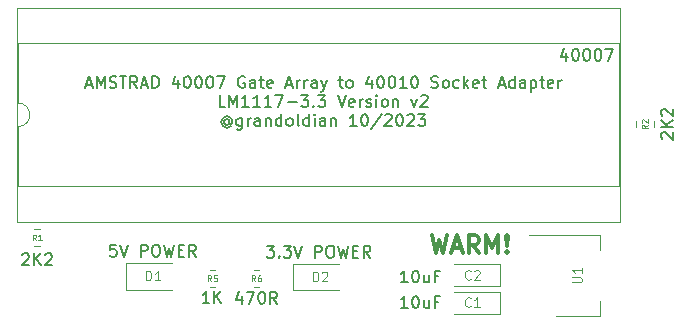
<source format=gbr>
%TF.GenerationSoftware,KiCad,Pcbnew,(6.0.7)*%
%TF.CreationDate,2023-01-02T03:09:55+00:00*%
%TF.ProjectId,CPC-40007AdapterLM1117,4350432d-3430-4303-9037-416461707465,rev?*%
%TF.SameCoordinates,Original*%
%TF.FileFunction,Legend,Top*%
%TF.FilePolarity,Positive*%
%FSLAX46Y46*%
G04 Gerber Fmt 4.6, Leading zero omitted, Abs format (unit mm)*
G04 Created by KiCad (PCBNEW (6.0.7)) date 2023-01-02 03:09:55*
%MOMM*%
%LPD*%
G01*
G04 APERTURE LIST*
%ADD10C,0.300000*%
%ADD11C,0.150000*%
%ADD12C,0.120000*%
%ADD13C,0.080000*%
G04 APERTURE END LIST*
D10*
X175007200Y-36389571D02*
X175364342Y-37889571D01*
X175650057Y-36818142D01*
X175935771Y-37889571D01*
X176292914Y-36389571D01*
X176792914Y-37461000D02*
X177507200Y-37461000D01*
X176650057Y-37889571D02*
X177150057Y-36389571D01*
X177650057Y-37889571D01*
X179007200Y-37889571D02*
X178507200Y-37175285D01*
X178150057Y-37889571D02*
X178150057Y-36389571D01*
X178721485Y-36389571D01*
X178864342Y-36461000D01*
X178935771Y-36532428D01*
X179007200Y-36675285D01*
X179007200Y-36889571D01*
X178935771Y-37032428D01*
X178864342Y-37103857D01*
X178721485Y-37175285D01*
X178150057Y-37175285D01*
X179650057Y-37889571D02*
X179650057Y-36389571D01*
X180150057Y-37461000D01*
X180650057Y-36389571D01*
X180650057Y-37889571D01*
X181364342Y-37746714D02*
X181435771Y-37818142D01*
X181364342Y-37889571D01*
X181292914Y-37818142D01*
X181364342Y-37746714D01*
X181364342Y-37889571D01*
X181364342Y-37318142D02*
X181292914Y-36461000D01*
X181364342Y-36389571D01*
X181435771Y-36461000D01*
X181364342Y-37318142D01*
X181364342Y-36389571D01*
D11*
X145741361Y-23626466D02*
X146217552Y-23626466D01*
X145646123Y-23912180D02*
X145979457Y-22912180D01*
X146312790Y-23912180D01*
X146646123Y-23912180D02*
X146646123Y-22912180D01*
X146979457Y-23626466D01*
X147312790Y-22912180D01*
X147312790Y-23912180D01*
X147741361Y-23864561D02*
X147884219Y-23912180D01*
X148122314Y-23912180D01*
X148217552Y-23864561D01*
X148265171Y-23816942D01*
X148312790Y-23721704D01*
X148312790Y-23626466D01*
X148265171Y-23531228D01*
X148217552Y-23483609D01*
X148122314Y-23435990D01*
X147931838Y-23388371D01*
X147836600Y-23340752D01*
X147788980Y-23293133D01*
X147741361Y-23197895D01*
X147741361Y-23102657D01*
X147788980Y-23007419D01*
X147836600Y-22959800D01*
X147931838Y-22912180D01*
X148169933Y-22912180D01*
X148312790Y-22959800D01*
X148598504Y-22912180D02*
X149169933Y-22912180D01*
X148884219Y-23912180D02*
X148884219Y-22912180D01*
X150074695Y-23912180D02*
X149741361Y-23435990D01*
X149503266Y-23912180D02*
X149503266Y-22912180D01*
X149884219Y-22912180D01*
X149979457Y-22959800D01*
X150027076Y-23007419D01*
X150074695Y-23102657D01*
X150074695Y-23245514D01*
X150027076Y-23340752D01*
X149979457Y-23388371D01*
X149884219Y-23435990D01*
X149503266Y-23435990D01*
X150455647Y-23626466D02*
X150931838Y-23626466D01*
X150360409Y-23912180D02*
X150693742Y-22912180D01*
X151027076Y-23912180D01*
X151360409Y-23912180D02*
X151360409Y-22912180D01*
X151598504Y-22912180D01*
X151741361Y-22959800D01*
X151836600Y-23055038D01*
X151884219Y-23150276D01*
X151931838Y-23340752D01*
X151931838Y-23483609D01*
X151884219Y-23674085D01*
X151836600Y-23769323D01*
X151741361Y-23864561D01*
X151598504Y-23912180D01*
X151360409Y-23912180D01*
X153550885Y-23245514D02*
X153550885Y-23912180D01*
X153312790Y-22864561D02*
X153074695Y-23578847D01*
X153693742Y-23578847D01*
X154265171Y-22912180D02*
X154360409Y-22912180D01*
X154455647Y-22959800D01*
X154503266Y-23007419D01*
X154550885Y-23102657D01*
X154598504Y-23293133D01*
X154598504Y-23531228D01*
X154550885Y-23721704D01*
X154503266Y-23816942D01*
X154455647Y-23864561D01*
X154360409Y-23912180D01*
X154265171Y-23912180D01*
X154169933Y-23864561D01*
X154122314Y-23816942D01*
X154074695Y-23721704D01*
X154027076Y-23531228D01*
X154027076Y-23293133D01*
X154074695Y-23102657D01*
X154122314Y-23007419D01*
X154169933Y-22959800D01*
X154265171Y-22912180D01*
X155217552Y-22912180D02*
X155312790Y-22912180D01*
X155408028Y-22959800D01*
X155455647Y-23007419D01*
X155503266Y-23102657D01*
X155550885Y-23293133D01*
X155550885Y-23531228D01*
X155503266Y-23721704D01*
X155455647Y-23816942D01*
X155408028Y-23864561D01*
X155312790Y-23912180D01*
X155217552Y-23912180D01*
X155122314Y-23864561D01*
X155074695Y-23816942D01*
X155027076Y-23721704D01*
X154979457Y-23531228D01*
X154979457Y-23293133D01*
X155027076Y-23102657D01*
X155074695Y-23007419D01*
X155122314Y-22959800D01*
X155217552Y-22912180D01*
X156169933Y-22912180D02*
X156265171Y-22912180D01*
X156360409Y-22959800D01*
X156408028Y-23007419D01*
X156455647Y-23102657D01*
X156503266Y-23293133D01*
X156503266Y-23531228D01*
X156455647Y-23721704D01*
X156408028Y-23816942D01*
X156360409Y-23864561D01*
X156265171Y-23912180D01*
X156169933Y-23912180D01*
X156074695Y-23864561D01*
X156027076Y-23816942D01*
X155979457Y-23721704D01*
X155931838Y-23531228D01*
X155931838Y-23293133D01*
X155979457Y-23102657D01*
X156027076Y-23007419D01*
X156074695Y-22959800D01*
X156169933Y-22912180D01*
X156836600Y-22912180D02*
X157503266Y-22912180D01*
X157074695Y-23912180D01*
X159169933Y-22959800D02*
X159074695Y-22912180D01*
X158931838Y-22912180D01*
X158788980Y-22959800D01*
X158693742Y-23055038D01*
X158646123Y-23150276D01*
X158598504Y-23340752D01*
X158598504Y-23483609D01*
X158646123Y-23674085D01*
X158693742Y-23769323D01*
X158788980Y-23864561D01*
X158931838Y-23912180D01*
X159027076Y-23912180D01*
X159169933Y-23864561D01*
X159217552Y-23816942D01*
X159217552Y-23483609D01*
X159027076Y-23483609D01*
X160074695Y-23912180D02*
X160074695Y-23388371D01*
X160027076Y-23293133D01*
X159931838Y-23245514D01*
X159741361Y-23245514D01*
X159646123Y-23293133D01*
X160074695Y-23864561D02*
X159979457Y-23912180D01*
X159741361Y-23912180D01*
X159646123Y-23864561D01*
X159598504Y-23769323D01*
X159598504Y-23674085D01*
X159646123Y-23578847D01*
X159741361Y-23531228D01*
X159979457Y-23531228D01*
X160074695Y-23483609D01*
X160408028Y-23245514D02*
X160788980Y-23245514D01*
X160550885Y-22912180D02*
X160550885Y-23769323D01*
X160598504Y-23864561D01*
X160693742Y-23912180D01*
X160788980Y-23912180D01*
X161503266Y-23864561D02*
X161408028Y-23912180D01*
X161217552Y-23912180D01*
X161122314Y-23864561D01*
X161074695Y-23769323D01*
X161074695Y-23388371D01*
X161122314Y-23293133D01*
X161217552Y-23245514D01*
X161408028Y-23245514D01*
X161503266Y-23293133D01*
X161550885Y-23388371D01*
X161550885Y-23483609D01*
X161074695Y-23578847D01*
X162693742Y-23626466D02*
X163169933Y-23626466D01*
X162598504Y-23912180D02*
X162931838Y-22912180D01*
X163265171Y-23912180D01*
X163598504Y-23912180D02*
X163598504Y-23245514D01*
X163598504Y-23435990D02*
X163646123Y-23340752D01*
X163693742Y-23293133D01*
X163788980Y-23245514D01*
X163884219Y-23245514D01*
X164217552Y-23912180D02*
X164217552Y-23245514D01*
X164217552Y-23435990D02*
X164265171Y-23340752D01*
X164312790Y-23293133D01*
X164408028Y-23245514D01*
X164503266Y-23245514D01*
X165265171Y-23912180D02*
X165265171Y-23388371D01*
X165217552Y-23293133D01*
X165122314Y-23245514D01*
X164931838Y-23245514D01*
X164836600Y-23293133D01*
X165265171Y-23864561D02*
X165169933Y-23912180D01*
X164931838Y-23912180D01*
X164836600Y-23864561D01*
X164788980Y-23769323D01*
X164788980Y-23674085D01*
X164836600Y-23578847D01*
X164931838Y-23531228D01*
X165169933Y-23531228D01*
X165265171Y-23483609D01*
X165646123Y-23245514D02*
X165884219Y-23912180D01*
X166122314Y-23245514D02*
X165884219Y-23912180D01*
X165788980Y-24150276D01*
X165741361Y-24197895D01*
X165646123Y-24245514D01*
X167122314Y-23245514D02*
X167503266Y-23245514D01*
X167265171Y-22912180D02*
X167265171Y-23769323D01*
X167312790Y-23864561D01*
X167408028Y-23912180D01*
X167503266Y-23912180D01*
X167979457Y-23912180D02*
X167884219Y-23864561D01*
X167836600Y-23816942D01*
X167788980Y-23721704D01*
X167788980Y-23435990D01*
X167836600Y-23340752D01*
X167884219Y-23293133D01*
X167979457Y-23245514D01*
X168122314Y-23245514D01*
X168217552Y-23293133D01*
X168265171Y-23340752D01*
X168312790Y-23435990D01*
X168312790Y-23721704D01*
X168265171Y-23816942D01*
X168217552Y-23864561D01*
X168122314Y-23912180D01*
X167979457Y-23912180D01*
X169931838Y-23245514D02*
X169931838Y-23912180D01*
X169693742Y-22864561D02*
X169455647Y-23578847D01*
X170074695Y-23578847D01*
X170646123Y-22912180D02*
X170741361Y-22912180D01*
X170836600Y-22959800D01*
X170884219Y-23007419D01*
X170931838Y-23102657D01*
X170979457Y-23293133D01*
X170979457Y-23531228D01*
X170931838Y-23721704D01*
X170884219Y-23816942D01*
X170836600Y-23864561D01*
X170741361Y-23912180D01*
X170646123Y-23912180D01*
X170550885Y-23864561D01*
X170503266Y-23816942D01*
X170455647Y-23721704D01*
X170408028Y-23531228D01*
X170408028Y-23293133D01*
X170455647Y-23102657D01*
X170503266Y-23007419D01*
X170550885Y-22959800D01*
X170646123Y-22912180D01*
X171598504Y-22912180D02*
X171693742Y-22912180D01*
X171788980Y-22959800D01*
X171836600Y-23007419D01*
X171884219Y-23102657D01*
X171931838Y-23293133D01*
X171931838Y-23531228D01*
X171884219Y-23721704D01*
X171836600Y-23816942D01*
X171788980Y-23864561D01*
X171693742Y-23912180D01*
X171598504Y-23912180D01*
X171503266Y-23864561D01*
X171455647Y-23816942D01*
X171408028Y-23721704D01*
X171360409Y-23531228D01*
X171360409Y-23293133D01*
X171408028Y-23102657D01*
X171455647Y-23007419D01*
X171503266Y-22959800D01*
X171598504Y-22912180D01*
X172884219Y-23912180D02*
X172312790Y-23912180D01*
X172598504Y-23912180D02*
X172598504Y-22912180D01*
X172503266Y-23055038D01*
X172408028Y-23150276D01*
X172312790Y-23197895D01*
X173503266Y-22912180D02*
X173598504Y-22912180D01*
X173693742Y-22959800D01*
X173741361Y-23007419D01*
X173788980Y-23102657D01*
X173836600Y-23293133D01*
X173836600Y-23531228D01*
X173788980Y-23721704D01*
X173741361Y-23816942D01*
X173693742Y-23864561D01*
X173598504Y-23912180D01*
X173503266Y-23912180D01*
X173408028Y-23864561D01*
X173360409Y-23816942D01*
X173312790Y-23721704D01*
X173265171Y-23531228D01*
X173265171Y-23293133D01*
X173312790Y-23102657D01*
X173360409Y-23007419D01*
X173408028Y-22959800D01*
X173503266Y-22912180D01*
X174979457Y-23864561D02*
X175122314Y-23912180D01*
X175360409Y-23912180D01*
X175455647Y-23864561D01*
X175503266Y-23816942D01*
X175550885Y-23721704D01*
X175550885Y-23626466D01*
X175503266Y-23531228D01*
X175455647Y-23483609D01*
X175360409Y-23435990D01*
X175169933Y-23388371D01*
X175074695Y-23340752D01*
X175027076Y-23293133D01*
X174979457Y-23197895D01*
X174979457Y-23102657D01*
X175027076Y-23007419D01*
X175074695Y-22959800D01*
X175169933Y-22912180D01*
X175408028Y-22912180D01*
X175550885Y-22959800D01*
X176122314Y-23912180D02*
X176027076Y-23864561D01*
X175979457Y-23816942D01*
X175931838Y-23721704D01*
X175931838Y-23435990D01*
X175979457Y-23340752D01*
X176027076Y-23293133D01*
X176122314Y-23245514D01*
X176265171Y-23245514D01*
X176360409Y-23293133D01*
X176408028Y-23340752D01*
X176455647Y-23435990D01*
X176455647Y-23721704D01*
X176408028Y-23816942D01*
X176360409Y-23864561D01*
X176265171Y-23912180D01*
X176122314Y-23912180D01*
X177312790Y-23864561D02*
X177217552Y-23912180D01*
X177027076Y-23912180D01*
X176931838Y-23864561D01*
X176884219Y-23816942D01*
X176836600Y-23721704D01*
X176836600Y-23435990D01*
X176884219Y-23340752D01*
X176931838Y-23293133D01*
X177027076Y-23245514D01*
X177217552Y-23245514D01*
X177312790Y-23293133D01*
X177741361Y-23912180D02*
X177741361Y-22912180D01*
X177836600Y-23531228D02*
X178122314Y-23912180D01*
X178122314Y-23245514D02*
X177741361Y-23626466D01*
X178931838Y-23864561D02*
X178836600Y-23912180D01*
X178646123Y-23912180D01*
X178550885Y-23864561D01*
X178503266Y-23769323D01*
X178503266Y-23388371D01*
X178550885Y-23293133D01*
X178646123Y-23245514D01*
X178836600Y-23245514D01*
X178931838Y-23293133D01*
X178979457Y-23388371D01*
X178979457Y-23483609D01*
X178503266Y-23578847D01*
X179265171Y-23245514D02*
X179646123Y-23245514D01*
X179408028Y-22912180D02*
X179408028Y-23769323D01*
X179455647Y-23864561D01*
X179550885Y-23912180D01*
X179646123Y-23912180D01*
X180693742Y-23626466D02*
X181169933Y-23626466D01*
X180598504Y-23912180D02*
X180931838Y-22912180D01*
X181265171Y-23912180D01*
X182027076Y-23912180D02*
X182027076Y-22912180D01*
X182027076Y-23864561D02*
X181931838Y-23912180D01*
X181741361Y-23912180D01*
X181646123Y-23864561D01*
X181598504Y-23816942D01*
X181550885Y-23721704D01*
X181550885Y-23435990D01*
X181598504Y-23340752D01*
X181646123Y-23293133D01*
X181741361Y-23245514D01*
X181931838Y-23245514D01*
X182027076Y-23293133D01*
X182931838Y-23912180D02*
X182931838Y-23388371D01*
X182884219Y-23293133D01*
X182788980Y-23245514D01*
X182598504Y-23245514D01*
X182503266Y-23293133D01*
X182931838Y-23864561D02*
X182836600Y-23912180D01*
X182598504Y-23912180D01*
X182503266Y-23864561D01*
X182455647Y-23769323D01*
X182455647Y-23674085D01*
X182503266Y-23578847D01*
X182598504Y-23531228D01*
X182836600Y-23531228D01*
X182931838Y-23483609D01*
X183408028Y-23245514D02*
X183408028Y-24245514D01*
X183408028Y-23293133D02*
X183503266Y-23245514D01*
X183693742Y-23245514D01*
X183788980Y-23293133D01*
X183836600Y-23340752D01*
X183884219Y-23435990D01*
X183884219Y-23721704D01*
X183836600Y-23816942D01*
X183788980Y-23864561D01*
X183693742Y-23912180D01*
X183503266Y-23912180D01*
X183408028Y-23864561D01*
X184169933Y-23245514D02*
X184550885Y-23245514D01*
X184312790Y-22912180D02*
X184312790Y-23769323D01*
X184360409Y-23864561D01*
X184455647Y-23912180D01*
X184550885Y-23912180D01*
X185265171Y-23864561D02*
X185169933Y-23912180D01*
X184979457Y-23912180D01*
X184884219Y-23864561D01*
X184836600Y-23769323D01*
X184836600Y-23388371D01*
X184884219Y-23293133D01*
X184979457Y-23245514D01*
X185169933Y-23245514D01*
X185265171Y-23293133D01*
X185312790Y-23388371D01*
X185312790Y-23483609D01*
X184836600Y-23578847D01*
X185741361Y-23912180D02*
X185741361Y-23245514D01*
X185741361Y-23435990D02*
X185788980Y-23340752D01*
X185836600Y-23293133D01*
X185931838Y-23245514D01*
X186027076Y-23245514D01*
X157527076Y-25522180D02*
X157050885Y-25522180D01*
X157050885Y-24522180D01*
X157860409Y-25522180D02*
X157860409Y-24522180D01*
X158193742Y-25236466D01*
X158527076Y-24522180D01*
X158527076Y-25522180D01*
X159527076Y-25522180D02*
X158955647Y-25522180D01*
X159241361Y-25522180D02*
X159241361Y-24522180D01*
X159146123Y-24665038D01*
X159050885Y-24760276D01*
X158955647Y-24807895D01*
X160479457Y-25522180D02*
X159908028Y-25522180D01*
X160193742Y-25522180D02*
X160193742Y-24522180D01*
X160098504Y-24665038D01*
X160003266Y-24760276D01*
X159908028Y-24807895D01*
X161431838Y-25522180D02*
X160860409Y-25522180D01*
X161146123Y-25522180D02*
X161146123Y-24522180D01*
X161050885Y-24665038D01*
X160955647Y-24760276D01*
X160860409Y-24807895D01*
X161765171Y-24522180D02*
X162431838Y-24522180D01*
X162003266Y-25522180D01*
X162812790Y-25141228D02*
X163574695Y-25141228D01*
X163955647Y-24522180D02*
X164574695Y-24522180D01*
X164241361Y-24903133D01*
X164384219Y-24903133D01*
X164479457Y-24950752D01*
X164527076Y-24998371D01*
X164574695Y-25093609D01*
X164574695Y-25331704D01*
X164527076Y-25426942D01*
X164479457Y-25474561D01*
X164384219Y-25522180D01*
X164098504Y-25522180D01*
X164003266Y-25474561D01*
X163955647Y-25426942D01*
X165003266Y-25426942D02*
X165050885Y-25474561D01*
X165003266Y-25522180D01*
X164955647Y-25474561D01*
X165003266Y-25426942D01*
X165003266Y-25522180D01*
X165384219Y-24522180D02*
X166003266Y-24522180D01*
X165669933Y-24903133D01*
X165812790Y-24903133D01*
X165908028Y-24950752D01*
X165955647Y-24998371D01*
X166003266Y-25093609D01*
X166003266Y-25331704D01*
X165955647Y-25426942D01*
X165908028Y-25474561D01*
X165812790Y-25522180D01*
X165527076Y-25522180D01*
X165431838Y-25474561D01*
X165384219Y-25426942D01*
X167050885Y-24522180D02*
X167384219Y-25522180D01*
X167717552Y-24522180D01*
X168431838Y-25474561D02*
X168336600Y-25522180D01*
X168146123Y-25522180D01*
X168050885Y-25474561D01*
X168003266Y-25379323D01*
X168003266Y-24998371D01*
X168050885Y-24903133D01*
X168146123Y-24855514D01*
X168336600Y-24855514D01*
X168431838Y-24903133D01*
X168479457Y-24998371D01*
X168479457Y-25093609D01*
X168003266Y-25188847D01*
X168908028Y-25522180D02*
X168908028Y-24855514D01*
X168908028Y-25045990D02*
X168955647Y-24950752D01*
X169003266Y-24903133D01*
X169098504Y-24855514D01*
X169193742Y-24855514D01*
X169479457Y-25474561D02*
X169574695Y-25522180D01*
X169765171Y-25522180D01*
X169860409Y-25474561D01*
X169908028Y-25379323D01*
X169908028Y-25331704D01*
X169860409Y-25236466D01*
X169765171Y-25188847D01*
X169622314Y-25188847D01*
X169527076Y-25141228D01*
X169479457Y-25045990D01*
X169479457Y-24998371D01*
X169527076Y-24903133D01*
X169622314Y-24855514D01*
X169765171Y-24855514D01*
X169860409Y-24903133D01*
X170336600Y-25522180D02*
X170336600Y-24855514D01*
X170336600Y-24522180D02*
X170288980Y-24569800D01*
X170336600Y-24617419D01*
X170384219Y-24569800D01*
X170336600Y-24522180D01*
X170336600Y-24617419D01*
X170955647Y-25522180D02*
X170860409Y-25474561D01*
X170812790Y-25426942D01*
X170765171Y-25331704D01*
X170765171Y-25045990D01*
X170812790Y-24950752D01*
X170860409Y-24903133D01*
X170955647Y-24855514D01*
X171098504Y-24855514D01*
X171193742Y-24903133D01*
X171241361Y-24950752D01*
X171288980Y-25045990D01*
X171288980Y-25331704D01*
X171241361Y-25426942D01*
X171193742Y-25474561D01*
X171098504Y-25522180D01*
X170955647Y-25522180D01*
X171717552Y-24855514D02*
X171717552Y-25522180D01*
X171717552Y-24950752D02*
X171765171Y-24903133D01*
X171860409Y-24855514D01*
X172003266Y-24855514D01*
X172098504Y-24903133D01*
X172146123Y-24998371D01*
X172146123Y-25522180D01*
X173288980Y-24855514D02*
X173527076Y-25522180D01*
X173765171Y-24855514D01*
X174098504Y-24617419D02*
X174146123Y-24569800D01*
X174241361Y-24522180D01*
X174479457Y-24522180D01*
X174574695Y-24569800D01*
X174622314Y-24617419D01*
X174669933Y-24712657D01*
X174669933Y-24807895D01*
X174622314Y-24950752D01*
X174050885Y-25522180D01*
X174669933Y-25522180D01*
X157860409Y-26655990D02*
X157812790Y-26608371D01*
X157717552Y-26560752D01*
X157622314Y-26560752D01*
X157527076Y-26608371D01*
X157479457Y-26655990D01*
X157431838Y-26751228D01*
X157431838Y-26846466D01*
X157479457Y-26941704D01*
X157527076Y-26989323D01*
X157622314Y-27036942D01*
X157717552Y-27036942D01*
X157812790Y-26989323D01*
X157860409Y-26941704D01*
X157860409Y-26560752D02*
X157860409Y-26941704D01*
X157908028Y-26989323D01*
X157955647Y-26989323D01*
X158050885Y-26941704D01*
X158098504Y-26846466D01*
X158098504Y-26608371D01*
X158003266Y-26465514D01*
X157860409Y-26370276D01*
X157669933Y-26322657D01*
X157479457Y-26370276D01*
X157336600Y-26465514D01*
X157241361Y-26608371D01*
X157193742Y-26798847D01*
X157241361Y-26989323D01*
X157336600Y-27132180D01*
X157479457Y-27227419D01*
X157669933Y-27275038D01*
X157860409Y-27227419D01*
X158003266Y-27132180D01*
X158955647Y-26465514D02*
X158955647Y-27275038D01*
X158908028Y-27370276D01*
X158860409Y-27417895D01*
X158765171Y-27465514D01*
X158622314Y-27465514D01*
X158527076Y-27417895D01*
X158955647Y-27084561D02*
X158860409Y-27132180D01*
X158669933Y-27132180D01*
X158574695Y-27084561D01*
X158527076Y-27036942D01*
X158479457Y-26941704D01*
X158479457Y-26655990D01*
X158527076Y-26560752D01*
X158574695Y-26513133D01*
X158669933Y-26465514D01*
X158860409Y-26465514D01*
X158955647Y-26513133D01*
X159431838Y-27132180D02*
X159431838Y-26465514D01*
X159431838Y-26655990D02*
X159479457Y-26560752D01*
X159527076Y-26513133D01*
X159622314Y-26465514D01*
X159717552Y-26465514D01*
X160479457Y-27132180D02*
X160479457Y-26608371D01*
X160431838Y-26513133D01*
X160336600Y-26465514D01*
X160146123Y-26465514D01*
X160050885Y-26513133D01*
X160479457Y-27084561D02*
X160384219Y-27132180D01*
X160146123Y-27132180D01*
X160050885Y-27084561D01*
X160003266Y-26989323D01*
X160003266Y-26894085D01*
X160050885Y-26798847D01*
X160146123Y-26751228D01*
X160384219Y-26751228D01*
X160479457Y-26703609D01*
X160955647Y-26465514D02*
X160955647Y-27132180D01*
X160955647Y-26560752D02*
X161003266Y-26513133D01*
X161098504Y-26465514D01*
X161241361Y-26465514D01*
X161336600Y-26513133D01*
X161384219Y-26608371D01*
X161384219Y-27132180D01*
X162288980Y-27132180D02*
X162288980Y-26132180D01*
X162288980Y-27084561D02*
X162193742Y-27132180D01*
X162003266Y-27132180D01*
X161908028Y-27084561D01*
X161860409Y-27036942D01*
X161812790Y-26941704D01*
X161812790Y-26655990D01*
X161860409Y-26560752D01*
X161908028Y-26513133D01*
X162003266Y-26465514D01*
X162193742Y-26465514D01*
X162288980Y-26513133D01*
X162908028Y-27132180D02*
X162812790Y-27084561D01*
X162765171Y-27036942D01*
X162717552Y-26941704D01*
X162717552Y-26655990D01*
X162765171Y-26560752D01*
X162812790Y-26513133D01*
X162908028Y-26465514D01*
X163050885Y-26465514D01*
X163146123Y-26513133D01*
X163193742Y-26560752D01*
X163241361Y-26655990D01*
X163241361Y-26941704D01*
X163193742Y-27036942D01*
X163146123Y-27084561D01*
X163050885Y-27132180D01*
X162908028Y-27132180D01*
X163812790Y-27132180D02*
X163717552Y-27084561D01*
X163669933Y-26989323D01*
X163669933Y-26132180D01*
X164622314Y-27132180D02*
X164622314Y-26132180D01*
X164622314Y-27084561D02*
X164527076Y-27132180D01*
X164336600Y-27132180D01*
X164241361Y-27084561D01*
X164193742Y-27036942D01*
X164146123Y-26941704D01*
X164146123Y-26655990D01*
X164193742Y-26560752D01*
X164241361Y-26513133D01*
X164336600Y-26465514D01*
X164527076Y-26465514D01*
X164622314Y-26513133D01*
X165098504Y-27132180D02*
X165098504Y-26465514D01*
X165098504Y-26132180D02*
X165050885Y-26179800D01*
X165098504Y-26227419D01*
X165146123Y-26179800D01*
X165098504Y-26132180D01*
X165098504Y-26227419D01*
X166003266Y-27132180D02*
X166003266Y-26608371D01*
X165955647Y-26513133D01*
X165860409Y-26465514D01*
X165669933Y-26465514D01*
X165574695Y-26513133D01*
X166003266Y-27084561D02*
X165908028Y-27132180D01*
X165669933Y-27132180D01*
X165574695Y-27084561D01*
X165527076Y-26989323D01*
X165527076Y-26894085D01*
X165574695Y-26798847D01*
X165669933Y-26751228D01*
X165908028Y-26751228D01*
X166003266Y-26703609D01*
X166479457Y-26465514D02*
X166479457Y-27132180D01*
X166479457Y-26560752D02*
X166527076Y-26513133D01*
X166622314Y-26465514D01*
X166765171Y-26465514D01*
X166860409Y-26513133D01*
X166908028Y-26608371D01*
X166908028Y-27132180D01*
X168669933Y-27132180D02*
X168098504Y-27132180D01*
X168384219Y-27132180D02*
X168384219Y-26132180D01*
X168288980Y-26275038D01*
X168193742Y-26370276D01*
X168098504Y-26417895D01*
X169288980Y-26132180D02*
X169384219Y-26132180D01*
X169479457Y-26179800D01*
X169527076Y-26227419D01*
X169574695Y-26322657D01*
X169622314Y-26513133D01*
X169622314Y-26751228D01*
X169574695Y-26941704D01*
X169527076Y-27036942D01*
X169479457Y-27084561D01*
X169384219Y-27132180D01*
X169288980Y-27132180D01*
X169193742Y-27084561D01*
X169146123Y-27036942D01*
X169098504Y-26941704D01*
X169050885Y-26751228D01*
X169050885Y-26513133D01*
X169098504Y-26322657D01*
X169146123Y-26227419D01*
X169193742Y-26179800D01*
X169288980Y-26132180D01*
X170765171Y-26084561D02*
X169908028Y-27370276D01*
X171050885Y-26227419D02*
X171098504Y-26179800D01*
X171193742Y-26132180D01*
X171431838Y-26132180D01*
X171527076Y-26179800D01*
X171574695Y-26227419D01*
X171622314Y-26322657D01*
X171622314Y-26417895D01*
X171574695Y-26560752D01*
X171003266Y-27132180D01*
X171622314Y-27132180D01*
X172241361Y-26132180D02*
X172336600Y-26132180D01*
X172431838Y-26179800D01*
X172479457Y-26227419D01*
X172527076Y-26322657D01*
X172574695Y-26513133D01*
X172574695Y-26751228D01*
X172527076Y-26941704D01*
X172479457Y-27036942D01*
X172431838Y-27084561D01*
X172336600Y-27132180D01*
X172241361Y-27132180D01*
X172146123Y-27084561D01*
X172098504Y-27036942D01*
X172050885Y-26941704D01*
X172003266Y-26751228D01*
X172003266Y-26513133D01*
X172050885Y-26322657D01*
X172098504Y-26227419D01*
X172146123Y-26179800D01*
X172241361Y-26132180D01*
X172955647Y-26227419D02*
X173003266Y-26179800D01*
X173098504Y-26132180D01*
X173336599Y-26132180D01*
X173431838Y-26179800D01*
X173479457Y-26227419D01*
X173527076Y-26322657D01*
X173527076Y-26417895D01*
X173479457Y-26560752D01*
X172908028Y-27132180D01*
X173527076Y-27132180D01*
X173860409Y-26132180D02*
X174479457Y-26132180D01*
X174146123Y-26513133D01*
X174288980Y-26513133D01*
X174384219Y-26560752D01*
X174431838Y-26608371D01*
X174479457Y-26703609D01*
X174479457Y-26941704D01*
X174431838Y-27036942D01*
X174384219Y-27084561D01*
X174288980Y-27132180D01*
X174003266Y-27132180D01*
X173908028Y-27084561D01*
X173860409Y-27036942D01*
D12*
%TO.C,U1*%
X186912304Y-40385923D02*
X187559923Y-40385923D01*
X187636114Y-40347828D01*
X187674209Y-40309733D01*
X187712304Y-40233542D01*
X187712304Y-40081161D01*
X187674209Y-40004971D01*
X187636114Y-39966876D01*
X187559923Y-39928780D01*
X186912304Y-39928780D01*
X187712304Y-39128780D02*
X187712304Y-39585923D01*
X187712304Y-39357352D02*
X186912304Y-39357352D01*
X187026590Y-39433542D01*
X187102780Y-39509733D01*
X187140876Y-39585923D01*
D11*
%TO.C,IC2*%
X186423514Y-20943914D02*
X186423514Y-21610580D01*
X186185419Y-20562961D02*
X185947323Y-21277247D01*
X186566371Y-21277247D01*
X187137800Y-20610580D02*
X187233038Y-20610580D01*
X187328276Y-20658200D01*
X187375895Y-20705819D01*
X187423514Y-20801057D01*
X187471133Y-20991533D01*
X187471133Y-21229628D01*
X187423514Y-21420104D01*
X187375895Y-21515342D01*
X187328276Y-21562961D01*
X187233038Y-21610580D01*
X187137800Y-21610580D01*
X187042561Y-21562961D01*
X186994942Y-21515342D01*
X186947323Y-21420104D01*
X186899704Y-21229628D01*
X186899704Y-20991533D01*
X186947323Y-20801057D01*
X186994942Y-20705819D01*
X187042561Y-20658200D01*
X187137800Y-20610580D01*
X188090180Y-20610580D02*
X188185419Y-20610580D01*
X188280657Y-20658200D01*
X188328276Y-20705819D01*
X188375895Y-20801057D01*
X188423514Y-20991533D01*
X188423514Y-21229628D01*
X188375895Y-21420104D01*
X188328276Y-21515342D01*
X188280657Y-21562961D01*
X188185419Y-21610580D01*
X188090180Y-21610580D01*
X187994942Y-21562961D01*
X187947323Y-21515342D01*
X187899704Y-21420104D01*
X187852085Y-21229628D01*
X187852085Y-20991533D01*
X187899704Y-20801057D01*
X187947323Y-20705819D01*
X187994942Y-20658200D01*
X188090180Y-20610580D01*
X189042561Y-20610580D02*
X189137800Y-20610580D01*
X189233038Y-20658200D01*
X189280657Y-20705819D01*
X189328276Y-20801057D01*
X189375895Y-20991533D01*
X189375895Y-21229628D01*
X189328276Y-21420104D01*
X189280657Y-21515342D01*
X189233038Y-21562961D01*
X189137800Y-21610580D01*
X189042561Y-21610580D01*
X188947323Y-21562961D01*
X188899704Y-21515342D01*
X188852085Y-21420104D01*
X188804466Y-21229628D01*
X188804466Y-20991533D01*
X188852085Y-20801057D01*
X188899704Y-20705819D01*
X188947323Y-20658200D01*
X189042561Y-20610580D01*
X189709228Y-20610580D02*
X190375895Y-20610580D01*
X189947323Y-21610580D01*
%TO.C,C2*%
X172969371Y-40381180D02*
X172397942Y-40381180D01*
X172683657Y-40381180D02*
X172683657Y-39381180D01*
X172588419Y-39524038D01*
X172493180Y-39619276D01*
X172397942Y-39666895D01*
X173588419Y-39381180D02*
X173683657Y-39381180D01*
X173778895Y-39428800D01*
X173826514Y-39476419D01*
X173874133Y-39571657D01*
X173921752Y-39762133D01*
X173921752Y-40000228D01*
X173874133Y-40190704D01*
X173826514Y-40285942D01*
X173778895Y-40333561D01*
X173683657Y-40381180D01*
X173588419Y-40381180D01*
X173493180Y-40333561D01*
X173445561Y-40285942D01*
X173397942Y-40190704D01*
X173350323Y-40000228D01*
X173350323Y-39762133D01*
X173397942Y-39571657D01*
X173445561Y-39476419D01*
X173493180Y-39428800D01*
X173588419Y-39381180D01*
X174778895Y-39714514D02*
X174778895Y-40381180D01*
X174350323Y-39714514D02*
X174350323Y-40238323D01*
X174397942Y-40333561D01*
X174493180Y-40381180D01*
X174636038Y-40381180D01*
X174731276Y-40333561D01*
X174778895Y-40285942D01*
X175588419Y-39857371D02*
X175255085Y-39857371D01*
X175255085Y-40381180D02*
X175255085Y-39381180D01*
X175731276Y-39381180D01*
D12*
X178327066Y-40062114D02*
X178288971Y-40100209D01*
X178174685Y-40138304D01*
X178098495Y-40138304D01*
X177984209Y-40100209D01*
X177908019Y-40024019D01*
X177869923Y-39947828D01*
X177831828Y-39795447D01*
X177831828Y-39681161D01*
X177869923Y-39528780D01*
X177908019Y-39452590D01*
X177984209Y-39376400D01*
X178098495Y-39338304D01*
X178174685Y-39338304D01*
X178288971Y-39376400D01*
X178327066Y-39414495D01*
X178631828Y-39414495D02*
X178669923Y-39376400D01*
X178746114Y-39338304D01*
X178936590Y-39338304D01*
X179012780Y-39376400D01*
X179050876Y-39414495D01*
X179088971Y-39490685D01*
X179088971Y-39566876D01*
X179050876Y-39681161D01*
X178593733Y-40138304D01*
X179088971Y-40138304D01*
D11*
%TO.C,R5*%
X156192714Y-42133780D02*
X155621285Y-42133780D01*
X155907000Y-42133780D02*
X155907000Y-41133780D01*
X155811761Y-41276638D01*
X155716523Y-41371876D01*
X155621285Y-41419495D01*
X156621285Y-42133780D02*
X156621285Y-41133780D01*
X157192714Y-42133780D02*
X156764142Y-41562352D01*
X157192714Y-41133780D02*
X156621285Y-41705209D01*
D13*
X156355266Y-40281990D02*
X156188600Y-40043895D01*
X156069552Y-40281990D02*
X156069552Y-39781990D01*
X156260028Y-39781990D01*
X156307647Y-39805800D01*
X156331457Y-39829609D01*
X156355266Y-39877228D01*
X156355266Y-39948657D01*
X156331457Y-39996276D01*
X156307647Y-40020085D01*
X156260028Y-40043895D01*
X156069552Y-40043895D01*
X156807647Y-39781990D02*
X156569552Y-39781990D01*
X156545742Y-40020085D01*
X156569552Y-39996276D01*
X156617171Y-39972466D01*
X156736219Y-39972466D01*
X156783838Y-39996276D01*
X156807647Y-40020085D01*
X156831457Y-40067704D01*
X156831457Y-40186752D01*
X156807647Y-40234371D01*
X156783838Y-40258180D01*
X156736219Y-40281990D01*
X156617171Y-40281990D01*
X156569552Y-40258180D01*
X156545742Y-40234371D01*
D11*
%TO.C,C1*%
X172969371Y-42540180D02*
X172397942Y-42540180D01*
X172683657Y-42540180D02*
X172683657Y-41540180D01*
X172588419Y-41683038D01*
X172493180Y-41778276D01*
X172397942Y-41825895D01*
X173588419Y-41540180D02*
X173683657Y-41540180D01*
X173778895Y-41587800D01*
X173826514Y-41635419D01*
X173874133Y-41730657D01*
X173921752Y-41921133D01*
X173921752Y-42159228D01*
X173874133Y-42349704D01*
X173826514Y-42444942D01*
X173778895Y-42492561D01*
X173683657Y-42540180D01*
X173588419Y-42540180D01*
X173493180Y-42492561D01*
X173445561Y-42444942D01*
X173397942Y-42349704D01*
X173350323Y-42159228D01*
X173350323Y-41921133D01*
X173397942Y-41730657D01*
X173445561Y-41635419D01*
X173493180Y-41587800D01*
X173588419Y-41540180D01*
X174778895Y-41873514D02*
X174778895Y-42540180D01*
X174350323Y-41873514D02*
X174350323Y-42397323D01*
X174397942Y-42492561D01*
X174493180Y-42540180D01*
X174636038Y-42540180D01*
X174731276Y-42492561D01*
X174778895Y-42444942D01*
X175588419Y-42016371D02*
X175255085Y-42016371D01*
X175255085Y-42540180D02*
X175255085Y-41540180D01*
X175731276Y-41540180D01*
D12*
X178327066Y-42373514D02*
X178288971Y-42411609D01*
X178174685Y-42449704D01*
X178098495Y-42449704D01*
X177984209Y-42411609D01*
X177908019Y-42335419D01*
X177869923Y-42259228D01*
X177831828Y-42106847D01*
X177831828Y-41992561D01*
X177869923Y-41840180D01*
X177908019Y-41763990D01*
X177984209Y-41687800D01*
X178098495Y-41649704D01*
X178174685Y-41649704D01*
X178288971Y-41687800D01*
X178327066Y-41725895D01*
X179088971Y-42449704D02*
X178631828Y-42449704D01*
X178860400Y-42449704D02*
X178860400Y-41649704D01*
X178784209Y-41763990D01*
X178708019Y-41840180D01*
X178631828Y-41878276D01*
D11*
%TO.C,D1*%
X148290352Y-37196780D02*
X147814161Y-37196780D01*
X147766542Y-37672971D01*
X147814161Y-37625352D01*
X147909400Y-37577733D01*
X148147495Y-37577733D01*
X148242733Y-37625352D01*
X148290352Y-37672971D01*
X148337971Y-37768209D01*
X148337971Y-38006304D01*
X148290352Y-38101542D01*
X148242733Y-38149161D01*
X148147495Y-38196780D01*
X147909400Y-38196780D01*
X147814161Y-38149161D01*
X147766542Y-38101542D01*
X148623685Y-37196780D02*
X148957019Y-38196780D01*
X149290352Y-37196780D01*
X150385590Y-38196780D02*
X150385590Y-37196780D01*
X150766542Y-37196780D01*
X150861780Y-37244400D01*
X150909400Y-37292019D01*
X150957019Y-37387257D01*
X150957019Y-37530114D01*
X150909400Y-37625352D01*
X150861780Y-37672971D01*
X150766542Y-37720590D01*
X150385590Y-37720590D01*
X151576066Y-37196780D02*
X151766542Y-37196780D01*
X151861780Y-37244400D01*
X151957019Y-37339638D01*
X152004638Y-37530114D01*
X152004638Y-37863447D01*
X151957019Y-38053923D01*
X151861780Y-38149161D01*
X151766542Y-38196780D01*
X151576066Y-38196780D01*
X151480828Y-38149161D01*
X151385590Y-38053923D01*
X151337971Y-37863447D01*
X151337971Y-37530114D01*
X151385590Y-37339638D01*
X151480828Y-37244400D01*
X151576066Y-37196780D01*
X152337971Y-37196780D02*
X152576066Y-38196780D01*
X152766542Y-37482495D01*
X152957019Y-38196780D01*
X153195114Y-37196780D01*
X153576066Y-37672971D02*
X153909400Y-37672971D01*
X154052257Y-38196780D02*
X153576066Y-38196780D01*
X153576066Y-37196780D01*
X154052257Y-37196780D01*
X155052257Y-38196780D02*
X154718923Y-37720590D01*
X154480828Y-38196780D02*
X154480828Y-37196780D01*
X154861780Y-37196780D01*
X154957019Y-37244400D01*
X155004638Y-37292019D01*
X155052257Y-37387257D01*
X155052257Y-37530114D01*
X155004638Y-37625352D01*
X154957019Y-37672971D01*
X154861780Y-37720590D01*
X154480828Y-37720590D01*
D12*
X150818923Y-40214504D02*
X150818923Y-39414504D01*
X151009400Y-39414504D01*
X151123685Y-39452600D01*
X151199876Y-39528790D01*
X151237971Y-39604980D01*
X151276066Y-39757361D01*
X151276066Y-39871647D01*
X151237971Y-40024028D01*
X151199876Y-40100219D01*
X151123685Y-40176409D01*
X151009400Y-40214504D01*
X150818923Y-40214504D01*
X152037971Y-40214504D02*
X151580828Y-40214504D01*
X151809400Y-40214504D02*
X151809400Y-39414504D01*
X151733209Y-39528790D01*
X151657019Y-39604980D01*
X151580828Y-39643076D01*
D11*
%TO.C,D2*%
X161050838Y-37272980D02*
X161669885Y-37272980D01*
X161336552Y-37653933D01*
X161479409Y-37653933D01*
X161574647Y-37701552D01*
X161622266Y-37749171D01*
X161669885Y-37844409D01*
X161669885Y-38082504D01*
X161622266Y-38177742D01*
X161574647Y-38225361D01*
X161479409Y-38272980D01*
X161193695Y-38272980D01*
X161098457Y-38225361D01*
X161050838Y-38177742D01*
X162098457Y-38177742D02*
X162146076Y-38225361D01*
X162098457Y-38272980D01*
X162050838Y-38225361D01*
X162098457Y-38177742D01*
X162098457Y-38272980D01*
X162479409Y-37272980D02*
X163098457Y-37272980D01*
X162765123Y-37653933D01*
X162907980Y-37653933D01*
X163003219Y-37701552D01*
X163050838Y-37749171D01*
X163098457Y-37844409D01*
X163098457Y-38082504D01*
X163050838Y-38177742D01*
X163003219Y-38225361D01*
X162907980Y-38272980D01*
X162622266Y-38272980D01*
X162527028Y-38225361D01*
X162479409Y-38177742D01*
X163384171Y-37272980D02*
X163717504Y-38272980D01*
X164050838Y-37272980D01*
X165146076Y-38272980D02*
X165146076Y-37272980D01*
X165527028Y-37272980D01*
X165622266Y-37320600D01*
X165669885Y-37368219D01*
X165717504Y-37463457D01*
X165717504Y-37606314D01*
X165669885Y-37701552D01*
X165622266Y-37749171D01*
X165527028Y-37796790D01*
X165146076Y-37796790D01*
X166336552Y-37272980D02*
X166527028Y-37272980D01*
X166622266Y-37320600D01*
X166717504Y-37415838D01*
X166765123Y-37606314D01*
X166765123Y-37939647D01*
X166717504Y-38130123D01*
X166622266Y-38225361D01*
X166527028Y-38272980D01*
X166336552Y-38272980D01*
X166241314Y-38225361D01*
X166146076Y-38130123D01*
X166098457Y-37939647D01*
X166098457Y-37606314D01*
X166146076Y-37415838D01*
X166241314Y-37320600D01*
X166336552Y-37272980D01*
X167098457Y-37272980D02*
X167336552Y-38272980D01*
X167527028Y-37558695D01*
X167717504Y-38272980D01*
X167955600Y-37272980D01*
X168336552Y-37749171D02*
X168669885Y-37749171D01*
X168812742Y-38272980D02*
X168336552Y-38272980D01*
X168336552Y-37272980D01*
X168812742Y-37272980D01*
X169812742Y-38272980D02*
X169479409Y-37796790D01*
X169241314Y-38272980D02*
X169241314Y-37272980D01*
X169622266Y-37272980D01*
X169717504Y-37320600D01*
X169765123Y-37368219D01*
X169812742Y-37463457D01*
X169812742Y-37606314D01*
X169765123Y-37701552D01*
X169717504Y-37749171D01*
X169622266Y-37796790D01*
X169241314Y-37796790D01*
D12*
X164966723Y-40290704D02*
X164966723Y-39490704D01*
X165157200Y-39490704D01*
X165271485Y-39528800D01*
X165347676Y-39604990D01*
X165385771Y-39681180D01*
X165423866Y-39833561D01*
X165423866Y-39947847D01*
X165385771Y-40100228D01*
X165347676Y-40176419D01*
X165271485Y-40252609D01*
X165157200Y-40290704D01*
X164966723Y-40290704D01*
X165728628Y-39566895D02*
X165766723Y-39528800D01*
X165842914Y-39490704D01*
X166033390Y-39490704D01*
X166109580Y-39528800D01*
X166147676Y-39566895D01*
X166185771Y-39643085D01*
X166185771Y-39719276D01*
X166147676Y-39833561D01*
X165690533Y-40290704D01*
X166185771Y-40290704D01*
D11*
%TO.C,R6*%
X158910495Y-41517914D02*
X158910495Y-42184580D01*
X158672400Y-41136961D02*
X158434304Y-41851247D01*
X159053352Y-41851247D01*
X159339066Y-41184580D02*
X160005733Y-41184580D01*
X159577161Y-42184580D01*
X160577161Y-41184580D02*
X160672400Y-41184580D01*
X160767638Y-41232200D01*
X160815257Y-41279819D01*
X160862876Y-41375057D01*
X160910495Y-41565533D01*
X160910495Y-41803628D01*
X160862876Y-41994104D01*
X160815257Y-42089342D01*
X160767638Y-42136961D01*
X160672400Y-42184580D01*
X160577161Y-42184580D01*
X160481923Y-42136961D01*
X160434304Y-42089342D01*
X160386685Y-41994104D01*
X160339066Y-41803628D01*
X160339066Y-41565533D01*
X160386685Y-41375057D01*
X160434304Y-41279819D01*
X160481923Y-41232200D01*
X160577161Y-41184580D01*
X161910495Y-42184580D02*
X161577161Y-41708390D01*
X161339066Y-42184580D02*
X161339066Y-41184580D01*
X161720019Y-41184580D01*
X161815257Y-41232200D01*
X161862876Y-41279819D01*
X161910495Y-41375057D01*
X161910495Y-41517914D01*
X161862876Y-41613152D01*
X161815257Y-41660771D01*
X161720019Y-41708390D01*
X161339066Y-41708390D01*
D13*
X160089066Y-40281990D02*
X159922400Y-40043895D01*
X159803352Y-40281990D02*
X159803352Y-39781990D01*
X159993828Y-39781990D01*
X160041447Y-39805800D01*
X160065257Y-39829609D01*
X160089066Y-39877228D01*
X160089066Y-39948657D01*
X160065257Y-39996276D01*
X160041447Y-40020085D01*
X159993828Y-40043895D01*
X159803352Y-40043895D01*
X160517638Y-39781990D02*
X160422400Y-39781990D01*
X160374780Y-39805800D01*
X160350971Y-39829609D01*
X160303352Y-39901038D01*
X160279542Y-39996276D01*
X160279542Y-40186752D01*
X160303352Y-40234371D01*
X160327161Y-40258180D01*
X160374780Y-40281990D01*
X160470019Y-40281990D01*
X160517638Y-40258180D01*
X160541447Y-40234371D01*
X160565257Y-40186752D01*
X160565257Y-40067704D01*
X160541447Y-40020085D01*
X160517638Y-39996276D01*
X160470019Y-39972466D01*
X160374780Y-39972466D01*
X160327161Y-39996276D01*
X160303352Y-40020085D01*
X160279542Y-40067704D01*
D11*
%TO.C,R2*%
X194543419Y-28236704D02*
X194495800Y-28189085D01*
X194448180Y-28093847D01*
X194448180Y-27855752D01*
X194495800Y-27760514D01*
X194543419Y-27712895D01*
X194638657Y-27665276D01*
X194733895Y-27665276D01*
X194876752Y-27712895D01*
X195448180Y-28284323D01*
X195448180Y-27665276D01*
X195448180Y-27236704D02*
X194448180Y-27236704D01*
X195448180Y-26665276D02*
X194876752Y-27093847D01*
X194448180Y-26665276D02*
X195019609Y-27236704D01*
X194543419Y-26284323D02*
X194495800Y-26236704D01*
X194448180Y-26141466D01*
X194448180Y-25903371D01*
X194495800Y-25808133D01*
X194543419Y-25760514D01*
X194638657Y-25712895D01*
X194733895Y-25712895D01*
X194876752Y-25760514D01*
X195448180Y-26331942D01*
X195448180Y-25712895D01*
D13*
X193291590Y-27058133D02*
X193053495Y-27224800D01*
X193291590Y-27343847D02*
X192791590Y-27343847D01*
X192791590Y-27153371D01*
X192815400Y-27105752D01*
X192839209Y-27081942D01*
X192886828Y-27058133D01*
X192958257Y-27058133D01*
X193005876Y-27081942D01*
X193029685Y-27105752D01*
X193053495Y-27153371D01*
X193053495Y-27343847D01*
X192839209Y-26867657D02*
X192815400Y-26843847D01*
X192791590Y-26796228D01*
X192791590Y-26677180D01*
X192815400Y-26629561D01*
X192839209Y-26605752D01*
X192886828Y-26581942D01*
X192934447Y-26581942D01*
X193005876Y-26605752D01*
X193291590Y-26891466D01*
X193291590Y-26581942D01*
D11*
%TO.C,R1*%
X140338095Y-38027219D02*
X140385714Y-37979600D01*
X140480952Y-37931980D01*
X140719047Y-37931980D01*
X140814285Y-37979600D01*
X140861904Y-38027219D01*
X140909523Y-38122457D01*
X140909523Y-38217695D01*
X140861904Y-38360552D01*
X140290476Y-38931980D01*
X140909523Y-38931980D01*
X141338095Y-38931980D02*
X141338095Y-37931980D01*
X141909523Y-38931980D02*
X141480952Y-38360552D01*
X141909523Y-37931980D02*
X141338095Y-38503409D01*
X142290476Y-38027219D02*
X142338095Y-37979600D01*
X142433333Y-37931980D01*
X142671428Y-37931980D01*
X142766666Y-37979600D01*
X142814285Y-38027219D01*
X142861904Y-38122457D01*
X142861904Y-38217695D01*
X142814285Y-38360552D01*
X142242857Y-38931980D01*
X142861904Y-38931980D01*
D13*
X141516666Y-36826190D02*
X141350000Y-36588095D01*
X141230952Y-36826190D02*
X141230952Y-36326190D01*
X141421428Y-36326190D01*
X141469047Y-36350000D01*
X141492857Y-36373809D01*
X141516666Y-36421428D01*
X141516666Y-36492857D01*
X141492857Y-36540476D01*
X141469047Y-36564285D01*
X141421428Y-36588095D01*
X141230952Y-36588095D01*
X141992857Y-36826190D02*
X141707142Y-36826190D01*
X141850000Y-36826190D02*
X141850000Y-36326190D01*
X141802380Y-36397619D01*
X141754761Y-36445238D01*
X141707142Y-36469047D01*
D12*
%TO.C,U1*%
X185500400Y-43186400D02*
X189260400Y-43186400D01*
X189260400Y-36366400D02*
X189260400Y-37626400D01*
X189260400Y-43186400D02*
X189260400Y-41926400D01*
X183250400Y-36366400D02*
X189260400Y-36366400D01*
%TO.C,IC2*%
X190895200Y-32252400D02*
X190895200Y-20132400D01*
X190895200Y-20132400D02*
X139975200Y-20132400D01*
X190955200Y-17132400D02*
X139915200Y-17132400D01*
X139915200Y-17132400D02*
X139915200Y-35252400D01*
X139915200Y-35252400D02*
X190955200Y-35252400D01*
X190955200Y-35252400D02*
X190955200Y-17132400D01*
X139975200Y-32252400D02*
X190895200Y-32252400D01*
X139975200Y-20132400D02*
X139975200Y-25192400D01*
X139975200Y-27192400D02*
X139975200Y-32252400D01*
X139975200Y-27192400D02*
G75*
G03*
X139975200Y-25192400I0J1000000D01*
G01*
%TO.C,C2*%
X180770400Y-38841400D02*
X176860400Y-38841400D01*
X180770400Y-40711400D02*
X180770400Y-38841400D01*
X176860400Y-40711400D02*
X180770400Y-40711400D01*
%TO.C,R5*%
X156211536Y-39320800D02*
X156665664Y-39320800D01*
X156211536Y-40790800D02*
X156665664Y-40790800D01*
%TO.C,C1*%
X180770400Y-43022800D02*
X180770400Y-41152800D01*
X180770400Y-41152800D02*
X176860400Y-41152800D01*
X176860400Y-43022800D02*
X180770400Y-43022800D01*
%TO.C,D1*%
X149124400Y-40987600D02*
X153009400Y-40987600D01*
X149124400Y-38717600D02*
X149124400Y-40987600D01*
X153009400Y-38717600D02*
X149124400Y-38717600D01*
%TO.C,D2*%
X163272200Y-41063800D02*
X167157200Y-41063800D01*
X163272200Y-38793800D02*
X163272200Y-41063800D01*
X167157200Y-38793800D02*
X163272200Y-38793800D01*
%TO.C,R6*%
X160399464Y-40790800D02*
X159945336Y-40790800D01*
X160399464Y-39320800D02*
X159945336Y-39320800D01*
%TO.C,R2*%
X192330400Y-27201864D02*
X192330400Y-26747736D01*
X193800400Y-27201864D02*
X193800400Y-26747736D01*
%TO.C,R1*%
X141372936Y-37335000D02*
X141827064Y-37335000D01*
X141372936Y-35865000D02*
X141827064Y-35865000D01*
%TD*%
M02*

</source>
